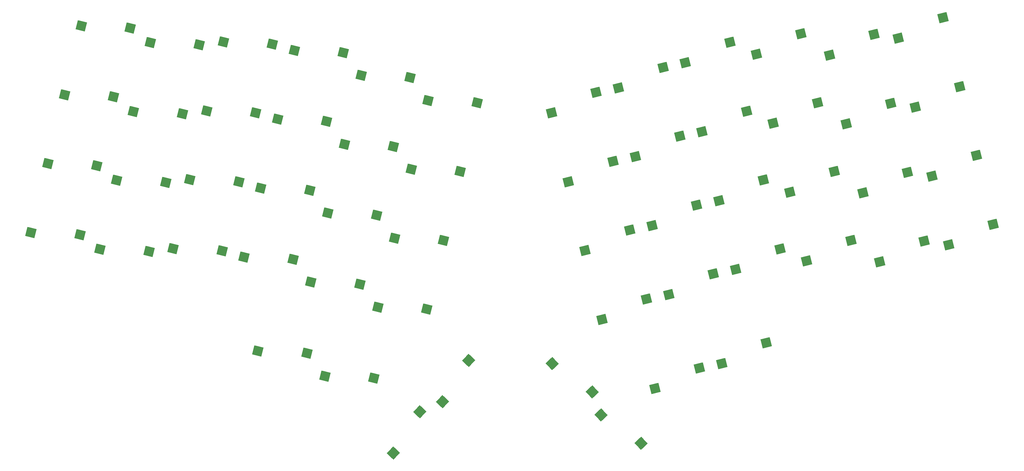
<source format=gbp>
%TF.GenerationSoftware,KiCad,Pcbnew,(6.0.0-0)*%
%TF.CreationDate,2022-01-08T14:54:33+00:00*%
%TF.ProjectId,atreis,61747265-6973-42e6-9b69-6361645f7063,rev?*%
%TF.SameCoordinates,Original*%
%TF.FileFunction,Paste,Bot*%
%TF.FilePolarity,Positive*%
%FSLAX46Y46*%
G04 Gerber Fmt 4.6, Leading zero omitted, Abs format (unit mm)*
G04 Created by KiCad (PCBNEW (6.0.0-0)) date 2022-01-08 14:54:33*
%MOMM*%
%LPD*%
G01*
G04 APERTURE LIST*
G04 Aperture macros list*
%AMRotRect*
0 Rectangle, with rotation*
0 The origin of the aperture is its center*
0 $1 length*
0 $2 width*
0 $3 Rotation angle, in degrees counterclockwise*
0 Add horizontal line*
21,1,$1,$2,0,0,$3*%
G04 Aperture macros list end*
%ADD10RotRect,2.550000X2.500000X193.669000*%
%ADD11RotRect,2.550000X2.500000X193.670000*%
%ADD12RotRect,2.550000X2.500000X166.330000*%
%ADD13RotRect,2.550000X2.500000X133.600000*%
%ADD14RotRect,2.550000X2.500000X226.400000*%
G04 APERTURE END LIST*
D10*
%TO.C,MX29*%
X205008978Y-65611782D03*
D11*
X193048438Y-71134861D03*
%TD*%
D10*
%TO.C,MX55*%
X232740788Y-139684439D03*
X220780248Y-145207518D03*
%TD*%
%TO.C,MX36*%
X227481174Y-77398834D03*
D11*
X215520634Y-82921913D03*
%TD*%
D12*
%TO.C,MX18*%
X164024667Y-105393795D03*
X150863574Y-104806814D03*
%TD*%
%TO.C,MX14*%
X89382905Y-89853541D03*
X76221812Y-89266560D03*
%TD*%
%TO.C,MX2*%
X98387051Y-52832805D03*
X85225958Y-52245824D03*
%TD*%
D10*
%TO.C,MX44*%
X269003991Y-86905052D03*
D11*
X257043451Y-92428131D03*
%TD*%
D12*
%TO.C,MX3*%
X118037951Y-52645584D03*
X104876858Y-52058603D03*
%TD*%
D13*
%TO.C,MX54*%
X217095546Y-159931811D03*
X206341438Y-152322075D03*
%TD*%
D12*
%TO.C,MX8*%
X93884977Y-71343172D03*
X80723884Y-70756191D03*
%TD*%
%TO.C,MX25*%
X127326879Y-135722387D03*
X114165787Y-135135406D03*
%TD*%
%TO.C,MX1*%
X79876681Y-48330727D03*
X66715589Y-47743746D03*
%TD*%
%TO.C,MX22*%
X123582343Y-110457527D03*
X110421250Y-109870546D03*
%TD*%
%TO.C,MX21*%
X104531725Y-108176691D03*
X91370632Y-107589710D03*
%TD*%
D10*
%TO.C,MX49*%
X254429209Y-107702635D03*
D11*
X242468669Y-113225714D03*
%TD*%
D12*
%TO.C,MX24*%
X159522588Y-123904165D03*
X146361495Y-123317184D03*
%TD*%
D10*
%TO.C,MX31*%
X240922983Y-52171521D03*
D11*
X228962443Y-57694600D03*
%TD*%
D13*
%TO.C,MX53*%
X203958295Y-146136336D03*
X193204187Y-138526600D03*
%TD*%
D10*
%TO.C,MX38*%
X264501914Y-68394679D03*
D11*
X252541374Y-73917758D03*
%TD*%
D12*
%TO.C,MX17*%
X146054541Y-98670473D03*
X132893448Y-98083492D03*
%TD*%
%TO.C,MX6*%
X173028811Y-68373057D03*
X159867718Y-67786076D03*
%TD*%
%TO.C,MX12*%
X168526736Y-86883425D03*
X155365643Y-86296444D03*
%TD*%
D10*
%TO.C,MX42*%
X231983249Y-95909203D03*
D11*
X220022709Y-101432282D03*
%TD*%
D10*
%TO.C,MX35*%
X209511050Y-84122151D03*
D11*
X197550510Y-89645230D03*
%TD*%
D10*
%TO.C,MX32*%
X259999836Y-49884309D03*
D11*
X248039296Y-55407388D03*
%TD*%
D12*
%TO.C,MX5*%
X155058688Y-61649734D03*
X141897595Y-61062753D03*
%TD*%
D10*
%TO.C,MX46*%
X307165254Y-82590192D03*
D11*
X295204714Y-88113271D03*
%TD*%
D12*
%TO.C,MX11*%
X150556615Y-80160106D03*
X137395522Y-79573125D03*
%TD*%
D10*
%TO.C,MX51*%
X293156961Y-105602639D03*
D11*
X281196421Y-111125718D03*
%TD*%
D12*
%TO.C,MX10*%
X132586491Y-73436786D03*
X119425398Y-72849805D03*
%TD*%
D10*
%TO.C,MX52*%
X311667327Y-101100564D03*
D11*
X299706787Y-106623643D03*
%TD*%
D10*
%TO.C,MX45*%
X288654886Y-87092270D03*
D11*
X276694346Y-92615349D03*
%TD*%
D14*
%TO.C,MX28*%
X170783978Y-137675110D03*
X163708663Y-148788113D03*
%TD*%
D12*
%TO.C,MX20*%
X84880826Y-108363913D03*
X71719733Y-107776932D03*
%TD*%
D10*
%TO.C,MX37*%
X245425059Y-70681897D03*
D11*
X233464519Y-76204976D03*
%TD*%
D10*
%TO.C,MX34*%
X298161102Y-45569454D03*
D11*
X286200562Y-51092533D03*
%TD*%
D10*
%TO.C,MX50*%
X273506061Y-105415422D03*
D11*
X261545521Y-110938501D03*
%TD*%
D10*
%TO.C,MX40*%
X302663181Y-64079825D03*
D11*
X290702641Y-69602904D03*
%TD*%
D12*
%TO.C,MX23*%
X141552465Y-117180848D03*
X128391372Y-116593867D03*
%TD*%
D10*
%TO.C,MX48*%
X236485323Y-114419576D03*
D11*
X224524783Y-119942655D03*
%TD*%
D12*
%TO.C,MX9*%
X113535873Y-71155955D03*
X100374780Y-70568974D03*
%TD*%
%TO.C,MX7*%
X75374606Y-66841099D03*
X62213513Y-66254118D03*
%TD*%
D10*
%TO.C,MX56*%
X250710908Y-132961119D03*
X238750368Y-138484198D03*
%TD*%
%TO.C,MX33*%
X279650738Y-50071526D03*
D11*
X267690198Y-55594605D03*
%TD*%
D10*
%TO.C,MX39*%
X284152811Y-68581898D03*
D11*
X272192271Y-74104977D03*
%TD*%
D10*
%TO.C,MX47*%
X218515202Y-121142892D03*
D11*
X206554662Y-126665971D03*
%TD*%
D12*
%TO.C,MX19*%
X66370456Y-103861839D03*
X53209363Y-103274858D03*
%TD*%
%TO.C,MX13*%
X70872530Y-85351468D03*
X57711437Y-84764487D03*
%TD*%
%TO.C,MX16*%
X128084422Y-91947152D03*
X114923329Y-91360171D03*
%TD*%
%TO.C,MX4*%
X123927479Y-54339433D03*
X137088572Y-54926414D03*
%TD*%
%TO.C,MX15*%
X109033798Y-89666326D03*
X95872705Y-89079345D03*
%TD*%
D10*
%TO.C,MX30*%
X222979098Y-58888461D03*
D11*
X211018558Y-64411540D03*
%TD*%
D12*
%TO.C,MX26*%
X145296998Y-142445708D03*
X132135906Y-141858727D03*
%TD*%
D10*
%TO.C,MX41*%
X214013127Y-102632521D03*
D11*
X202052587Y-108155600D03*
%TD*%
D10*
%TO.C,MX43*%
X249927132Y-89192265D03*
D11*
X237966592Y-94715344D03*
%TD*%
D14*
%TO.C,MX27*%
X157646727Y-151470585D03*
X150571412Y-162583588D03*
%TD*%
M02*

</source>
